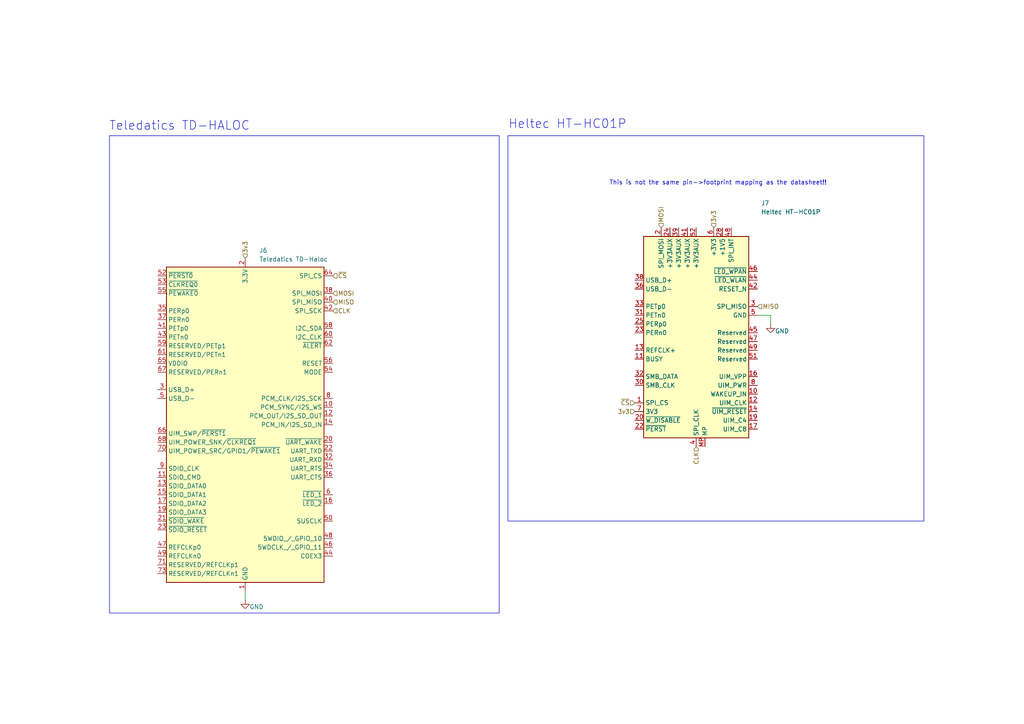
<source format=kicad_sch>
(kicad_sch (version 20250114) (generator "eeschema") (generator_version "9.0")
  (paper "A4")
  (lib_symbols
    (symbol "Connector:Bus_PCI_Express_Mini"
      (property "Reference" "J3" (at 4.6833 -30.48 0))
      (property "Value" "Bus_PCI_Express_Mini" (at 4.6833 -33.02 0))
      (symbol "Bus_PCI_Express_Mini_1_1"
        (rectangle (start -15.24 30.48) (end 15.24 -27.94) (stroke (width 0.254)) (fill (type background)))
        (pin bidirectional line (at -17.78 17.78 0) (length 2.54) (name "USB_D+") (number "38"))
        (pin bidirectional line (at -17.78 15.24 0) (length 2.54) (name "USB_D-") (number "36"))
        (pin input line (at -17.78 10.16 0) (length 2.54) (name "PETp0") (number "33"))
        (pin input line (at -17.78 7.62 0) (length 2.54) (name "PETn0") (number "31"))
        (pin output line (at -17.78 5.08 0) (length 2.54) (name "PERp0") (number "25"))
        (pin output line (at -17.78 2.54 0) (length 2.54) (name "PERn0") (number "23"))
        (pin input line (at -17.78 -2.54 0) (length 2.54) (name "REFCLK+") (number "13"))
        (pin input line (at -17.78 -5.08 0) (length 2.54) (name "BUSY") (number "11"))
        (pin bidirectional line (at -17.78 -10.16 0) (length 2.54) (name "SMB_DATA") (number "32"))
        (pin input line (at -17.78 -12.7 0) (length 2.54) (name "SMB_CLK") (number "30"))
        (pin open_collector line (at -17.78 -17.78 0) (length 2.54) (name "SPI_CS") (number "1"))
        (pin open_collector line (at -17.78 -20.32 0) (length 2.54) (name "3V3") (number "7"))
        (pin input line (at -17.78 -22.86 0) (length 2.54) (name "~{W_DISABLE}") (number "20"))
        (pin input line (at -17.78 -25.4 0) (length 2.54) (name "~{PERST}") (number "22"))
        (pin power_in line (at -10.16 33.02 270) (length 2.54) (name "SPI_MOSI") (number "2"))
        (pin power_in line (at -7.62 33.02 270) (length 2.54) (name "+3V3AUX") (number "24"))
        (pin power_in line (at -5.08 33.02 270) (length 2.54) (name "+3V3AUX") (number "39"))
        (pin power_in line (at -2.54 33.02 270) (length 2.54) (name "+3V3AUX") (number "41"))
        (pin power_in line (at 0 33.02 270) (length 2.54) (name "+3V3AUX") (number "52"))
        (pin passive line (at 0 -30.48 90) (length 2.54) (hide yes) (name "GND") (number "15"))
        (pin passive line (at 0 -30.48 90) (length 2.54) (hide yes) (name "GND") (number "18"))
        (pin passive line (at 0 -30.48 90) (length 2.54) (hide yes) (name "GND") (number "21"))
        (pin passive line (at 0 -30.48 90) (length 2.54) (hide yes) (name "GND") (number "26"))
        (pin passive line (at 0 -30.48 90) (length 2.54) (hide yes) (name "GND") (number "27"))
        (pin passive line (at 0 -30.48 90) (length 2.54) (hide yes) (name "GND") (number "29"))
        (pin passive line (at 0 -30.48 90) (length 2.54) (hide yes) (name "GND") (number "34"))
        (pin passive line (at 0 -30.48 90) (length 2.54) (hide yes) (name "GND") (number "35"))
        (pin passive line (at 0 -30.48 90) (length 2.54) (hide yes) (name "GND") (number "37"))
        (pin power_in line (at 0 -30.48 90) (length 2.54) (name "SPI_CLK") (number "4"))
        (pin passive line (at 0 -30.48 90) (length 2.54) (hide yes) (name "GND") (number "40"))
        (pin passive line (at 0 -30.48 90) (length 2.54) (hide yes) (name "GND") (number "43"))
        (pin passive line (at 0 -30.48 90) (length 2.54) (hide yes) (name "GND") (number "50"))
        (pin passive line (at 0 -30.48 90) (length 2.54) (hide yes) (name "GND") (number "9"))
        (pin passive line (at 2.54 -30.48 90) (length 2.54) (name "MP") (number "MP"))
        (pin power_in line (at 5.08 33.02 270) (length 2.54) (name "+3V3") (number "6"))
        (pin power_in line (at 7.62 33.02 270) (length 2.54) (name "+1V5") (number "28"))
        (pin power_in line (at 10.16 33.02 270) (length 2.54) (name "SPI_INT") (number "48"))
        (pin open_collector line (at 17.78 20.32 180) (length 2.54) (name "~{LED_WPAN}") (number "46"))
        (pin open_collector line (at 17.78 17.78 180) (length 2.54) (name "~{LED_WLAN}") (number "44"))
        (pin open_collector line (at 17.78 15.24 180) (length 2.54) (name "RESET_N") (number "42"))
        (pin passive line (at 17.78 10.16 180) (length 2.54) (name "SPI_MISO") (number "3"))
        (pin passive line (at 17.78 7.62 180) (length 2.54) (name "GND") (number "5"))
        (pin passive line (at 17.78 2.54 180) (length 2.54) (name "Reserved") (number "45"))
        (pin passive line (at 17.78 0 180) (length 2.54) (name "Reserved") (number "47"))
        (pin passive line (at 17.78 -2.54 180) (length 2.54) (name "Reserved") (number "49"))
        (pin passive line (at 17.78 -5.08 180) (length 2.54) (name "Reserved") (number "51"))
        (pin power_out line (at 17.78 -10.16 180) (length 2.54) (name "UIM_VPP") (number "16"))
        (pin power_out line (at 17.78 -12.7 180) (length 2.54) (name "UIM_PWR") (number "8"))
        (pin bidirectional line (at 17.78 -15.24 180) (length 2.54) (name "WAKEUP_IN") (number "10"))
        (pin output line (at 17.78 -17.78 180) (length 2.54) (name "UIM_CLK") (number "12"))
        (pin output line (at 17.78 -20.32 180) (length 2.54) (name "~{UIM_RESET}") (number "14"))
        (pin passive line (at 17.78 -22.86 180) (length 2.54) (name "UIM_C4") (number "19"))
        (pin passive line (at 17.78 -25.4 180) (length 2.54) (name "UIM_C8") (number "17"))
      )
    )
    (symbol "formula_slug_symbol_library:Teledatics TD-Haloc"
      (property "Reference" "J" (at -22.86 46.99 0))
      (property "Value" "Teledatics TD-Haloc" (at 16.51 46.99 0))
      (symbol "Teledatics TD-Haloc_0_1"
        (rectangle (start -22.86 45.72) (end 22.86 -45.72) (stroke (width 0.254)) (fill (type background)))
      )
      (symbol "Teledatics TD-Haloc_1_1"
        (pin output line (at -25.4 43.18 0) (length 2.54) (name "~{PERST0}") (number "52"))
        (pin bidirectional line (at -25.4 40.64 0) (length 2.54) (name "~{CLKREQ0}") (number "53"))
        (pin bidirectional line (at -25.4 38.1 0) (length 2.54) (name "~{PEWAKE0}") (number "55"))
        (pin output line (at -25.4 33.02 0) (length 2.54) (name "PERp0") (number "35"))
        (pin output line (at -25.4 30.48 0) (length 2.54) (name "PERn0") (number "37"))
        (pin input line (at -25.4 27.94 0) (length 2.54) (name "PETp0") (number "41"))
        (pin input line (at -25.4 25.4 0) (length 2.54) (name "PETn0") (number "43"))
        (pin output line (at -25.4 22.86 0) (length 2.54) (name "RESERVED/PETp1") (number "59"))
        (pin output line (at -25.4 20.32 0) (length 2.54) (name "RESERVED/PETn1") (number "61"))
        (pin input line (at -25.4 17.78 0) (length 2.54) (name "VDDIO") (number "65"))
        (pin input line (at -25.4 15.24 0) (length 2.54) (name "RESERVED/PERn1") (number "67"))
        (pin bidirectional line (at -25.4 10.16 0) (length 2.54) (name "USB_D+") (number "3"))
        (pin bidirectional line (at -25.4 7.62 0) (length 2.54) (name "USB_D-") (number "5"))
        (pin output line (at -25.4 -2.54 0) (length 2.54) (name "UIM_SWP/~{PERST1}") (number "66"))
        (pin bidirectional line (at -25.4 -5.08 0) (length 2.54) (name "UIM_POWER_SNK/~{CLKREQ1}") (number "68"))
        (pin bidirectional line (at -25.4 -7.62 0) (length 2.54) (name "UIM_POWER_SRC/GPIO1/~{PEWAKE1}") (number "70"))
        (pin output line (at -25.4 -12.7 0) (length 2.54) (name "SDIO_CLK") (number "9"))
        (pin bidirectional line (at -25.4 -15.24 0) (length 2.54) (name "SDIO_CMD") (number "11"))
        (pin bidirectional line (at -25.4 -17.78 0) (length 2.54) (name "SDIO_DATA0") (number "13"))
        (pin bidirectional line (at -25.4 -20.32 0) (length 2.54) (name "SDIO_DATA1") (number "15"))
        (pin bidirectional line (at -25.4 -22.86 0) (length 2.54) (name "SDIO_DATA2") (number "17"))
        (pin bidirectional line (at -25.4 -25.4 0) (length 2.54) (name "SDIO_DATA3") (number "19"))
        (pin input line (at -25.4 -27.94 0) (length 2.54) (name "~{SDIO_WAKE}") (number "21"))
        (pin output line (at -25.4 -30.48 0) (length 2.54) (name "~{SDIO_RESET}") (number "23"))
        (pin output line (at -25.4 -35.56 0) (length 2.54) (name "REFCLKp0") (number "47"))
        (pin output line (at -25.4 -38.1 0) (length 2.54) (name "REFCLKn0") (number "49"))
        (pin output line (at -25.4 -40.64 0) (length 2.54) (name "RESERVED/REFCLKp1") (number "71"))
        (pin output line (at -25.4 -43.18 0) (length 2.54) (name "RESERVED/REFCLKn1") (number "73"))
        (pin power_in line (at 0 48.26 270) (length 2.54) (name "3.3V") (number "2"))
        (pin passive line (at 0 48.26 270) (length 2.54) (hide yes) (name "3.3V") (number "4"))
        (pin passive line (at 0 48.26 270) (length 2.54) (hide yes) (name "3.3V") (number "72"))
        (pin passive line (at 0 48.26 270) (length 2.54) (hide yes) (name "3.3V") (number "74"))
        (pin power_in line (at 0 -48.26 90) (length 2.54) (name "GND") (number "1"))
        (pin passive line (at 0 -48.26 90) (length 2.54) (hide yes) (name "GND") (number "18"))
        (pin passive line (at 0 -48.26 90) (length 2.54) (hide yes) (name "GND") (number "33"))
        (pin passive line (at 0 -48.26 90) (length 2.54) (hide yes) (name "GND") (number "39"))
        (pin passive line (at 0 -48.26 90) (length 2.54) (hide yes) (name "GND") (number "45"))
        (pin passive line (at 0 -48.26 90) (length 2.54) (hide yes) (name "GND") (number "51"))
        (pin passive line (at 0 -48.26 90) (length 2.54) (hide yes) (name "GND") (number "57"))
        (pin passive line (at 0 -48.26 90) (length 2.54) (hide yes) (name "GND") (number "63"))
        (pin passive line (at 0 -48.26 90) (length 2.54) (hide yes) (name "GND") (number "69"))
        (pin passive line (at 0 -48.26 90) (length 2.54) (hide yes) (name "GND") (number "7"))
        (pin passive line (at 0 -48.26 90) (length 2.54) (hide yes) (name "GND") (number "75"))
        (pin passive line (at 25.4 43.18 180) (length 2.54) (name "SPI_CS") (number "64"))
        (pin passive line (at 25.4 38.1 180) (length 2.54) (name "SPI_MOSI") (number "38"))
        (pin passive line (at 25.4 35.56 180) (length 2.54) (name "SPI_MISO") (number "40"))
        (pin passive line (at 25.4 33.02 180) (length 2.54) (name "SPI_SCK") (number "42"))
        (pin bidirectional line (at 25.4 27.94 180) (length 2.54) (name "I2C_SDA") (number "58"))
        (pin output line (at 25.4 25.4 180) (length 2.54) (name "I2C_CLK") (number "60"))
        (pin input line (at 25.4 22.86 180) (length 2.54) (name "~{ALERT}") (number "62"))
        (pin output line (at 25.4 17.78 180) (length 2.54) (name "RESET") (number "56"))
        (pin output line (at 25.4 15.24 180) (length 2.54) (name "MODE") (number "54"))
        (pin bidirectional line (at 25.4 7.62 180) (length 2.54) (name "PCM_CLK/I2S_SCK") (number "8"))
        (pin bidirectional line (at 25.4 5.08 180) (length 2.54) (name "PCM_SYNC/I2S_WS") (number "10"))
        (pin input line (at 25.4 2.54 180) (length 2.54) (name "PCM_OUT/I2S_SD_OUT") (number "12"))
        (pin output line (at 25.4 0 180) (length 2.54) (name "PCM_IN/I2S_SD_IN") (number "14"))
        (pin input line (at 25.4 -5.08 180) (length 2.54) (name "~{UART_WAKE}") (number "20"))
        (pin input line (at 25.4 -7.62 180) (length 2.54) (name "UART_TXD") (number "22"))
        (pin output line (at 25.4 -10.16 180) (length 2.54) (name "UART_RXD") (number "32"))
        (pin input line (at 25.4 -12.7 180) (length 2.54) (name "UART_RTS") (number "34"))
        (pin output line (at 25.4 -15.24 180) (length 2.54) (name "UART_CTS") (number "36"))
        (pin open_collector line (at 25.4 -20.32 180) (length 2.54) (name "~{LED_1}") (number "6"))
        (pin open_collector line (at 25.4 -22.86 180) (length 2.54) (name "~{LED_2}") (number "16"))
        (pin output line (at 25.4 -27.94 180) (length 2.54) (name "SUSCLK") (number "50"))
        (pin bidirectional line (at 25.4 -33.02 180) (length 2.54) (name "5WDIO_/_GPIO_10") (number "48"))
        (pin bidirectional line (at 25.4 -35.56 180) (length 2.54) (name "5WDCLK_/_GPIO_11") (number "46"))
        (pin bidirectional line (at 25.4 -38.1 180) (length 2.54) (name "COEX3") (number "44"))
      )
    )
    (symbol "power:GND" (power) (pin_numbers (hide yes)) (pin_names (offset 0) (hide yes))
      (property "Value" "GND" (at 0 -3.81 0))
      (symbol "GND_0_1"
        (polyline (pts (xy 0 0) (xy 0 -1.27) (xy 1.27 -1.27) (xy 0 -2.54) (xy -1.27 -1.27) (xy 0 -1.27)))
      )
      (symbol "GND_1_1"
        (pin power_in line (at 0 0 270) (length 0) (name "~") (number "1"))
      )
    )
  )
  (rectangle (start 31.75 39.37) (end 144.78 177.8))
  (rectangle (start 147.32 39.37) (end 267.97 151.13))
  (text "Teledatics TD-HALOC" (at 52.07 36.576 0) (effects (font (size 2.54 2.54))))
  (text "This is not the same pin->footprint mapping as the datasheet!!" (at 208.28 53.086 0) (effects (font (size 1.27 1.27))))
  (text "Heltec HT-HC01P" (at 164.592 36.068 0) (effects (font (size 2.54 2.54))))
  (wire (pts (xy 71.12 171.45) (xy 71.12 173.99)))
  (wire (pts (xy 223.52 91.44) (xy 223.52 93.98)))
  (wire (pts (xy 219.71 91.44) (xy 223.52 91.44)))
  (hierarchical_label "3v3" (shape input) (at 184.15 119.38 180))
  (hierarchical_label "MISO" (shape input) (at 219.71 88.9 0))
  (hierarchical_label "CLK" (shape input) (at 201.93 129.54 270))
  (hierarchical_label "MOSI" (shape input) (at 96.52 85.09 0))
  (hierarchical_label "~{CS}" (shape input) (at 184.15 116.84 180))
  (hierarchical_label "3v3" (shape input) (at 207.01 66.04 90))
  (hierarchical_label "MOSI" (shape input) (at 191.77 66.04 90))
  (hierarchical_label "3v3" (shape input) (at 71.12 74.93 90))
  (hierarchical_label "~{CS}" (shape input) (at 96.52 80.01 0))
  (hierarchical_label "CLK" (shape input) (at 96.52 90.17 0))
  (hierarchical_label "MISO" (shape input) (at 96.52 87.63 0))
  (symbol (lib_id "power:GND") (at 223.52 93.98 0) (unit 1)
    (property "Reference" "#PWR039" (effects (hide yes)))
    (property "Value" "GND" (at 226.822 96.012 0))
    (property "Description" "Power symbol creates a global label with name \"GND\" , ground" (effects (hide yes)))
  )
  (symbol (lib_id "Connector:Bus_PCI_Express_Mini") (at 201.93 99.06 0) (unit 1)
    (property "Reference" "J7" (at 220.726 58.928 0) (effects (justify left)))
    (property "Value" "Heltec HT-HC01P" (at 220.726 61.468 0) (effects (justify left)))
    (property "Footprint" "Connector_PCBEdge:BUS_PCI_Express_Mini" (effects (hide yes)))
    (property "Description" "Mini-PCI Express bus connector" (effects (hide yes)))
  )
  (symbol (lib_id "power:GND") (at 71.12 173.99 0) (unit 1)
    (property "Reference" "#PWR038" (effects (hide yes)))
    (property "Value" "GND" (at 74.422 176.022 0))
    (property "Description" "Power symbol creates a global label with name \"GND\" , ground" (effects (hide yes)))
  )
  (symbol (lib_id "formula_slug_symbol_library:Teledatics TD-Haloc") (at 71.12 123.19 0) (unit 1)
    (property "Reference" "J6" (at 75.184 72.644 0) (effects (justify left)))
    (property "Value" "Teledatics TD-Haloc" (at 75.184 75.184 0) (effects (justify left)))
    (property "Footprint" "formula_slug_footprint_library:CONN67_2199230_TEC" (effects (hide yes)))
    (property "Datasheet" "https://web.archive.org/web/20200613074028/http://read.pudn.com/downloads794/doc/project/3133918/PCIe_M.2_Electromechanical_Spec_Rev1.0_Final_11012013_RS_Clean.pdf#page=150" (effects (hide yes)))
    (property "Description" "M.2 Socket 1-SD Mechanical Key E" (effects (hide yes)))
  )
)
</source>
